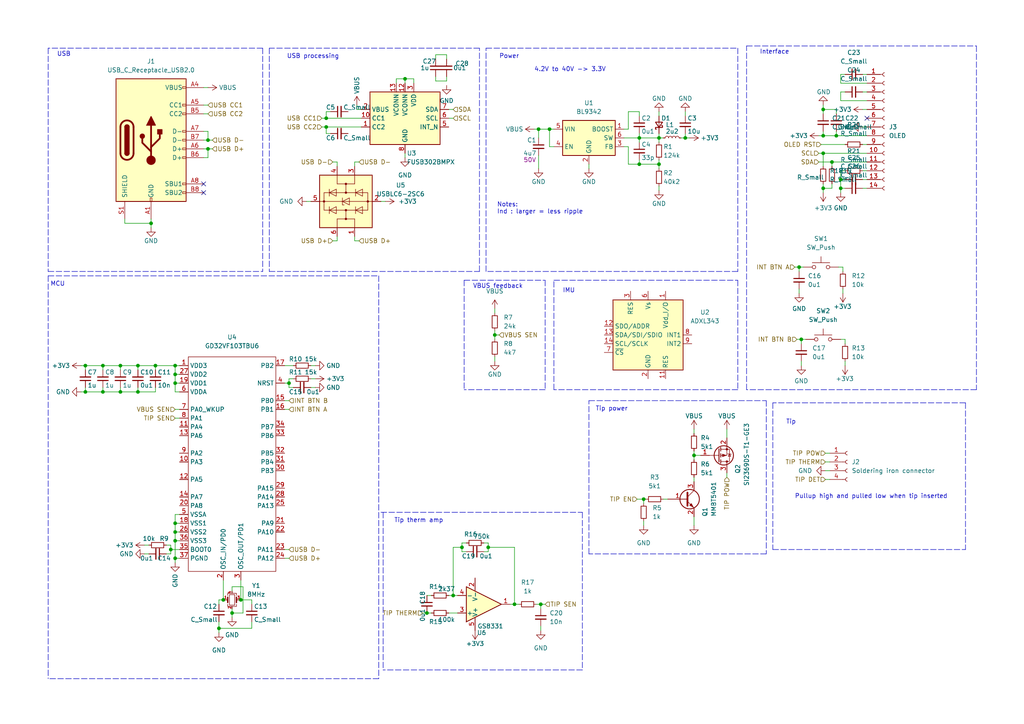
<source format=kicad_sch>
(kicad_sch (version 20211123) (generator eeschema)
  (paper "A4")
  (junction (at 117.475 22.86))
  (junction (at 49.53 159.385))
  (junction (at 34.925 106.045))
  (junction (at 238.76 31.75))
  (junction (at 156.21 37.465))
  (junction (at 238.76 54.61))
  (junction (at 242.57 39.37))
  (junction (at 43.815 64.77))
  (junction (at 50.8 161.925))
  (junction (at 141.605 158.75))
  (junction (at 45.085 106.045))
  (junction (at 241.3 46.99))
  (junction (at 238.76 44.45))
  (junction (at 201.295 132.08))
  (junction (at 185.42 47.625))
  (junction (at 60.325 40.64))
  (junction (at 238.76 39.37))
  (junction (at 60.325 43.18))
  (junction (at 50.8 106.045))
  (junction (at 63.5 182.245))
  (junction (at 50.8 156.845))
  (junction (at 50.8 108.585))
  (junction (at 40.005 113.665))
  (junction (at 186.69 144.78))
  (junction (at 40.005 106.045))
  (junction (at 64.77 173.99))
  (junction (at 156.845 175.26))
  (junction (at 94.615 36.83))
  (junction (at 198.755 40.005))
  (junction (at 191.135 40.005))
  (junction (at 123.825 177.8))
  (junction (at 94.615 34.29))
  (junction (at 24.765 113.665))
  (junction (at 34.925 113.665))
  (junction (at 50.8 151.765))
  (junction (at 24.765 106.045))
  (junction (at 29.845 113.665))
  (junction (at 83.82 111.125))
  (junction (at 185.42 40.005))
  (junction (at 50.8 154.305))
  (junction (at 149.225 175.26))
  (junction (at 131.445 172.72))
  (junction (at 231.775 77.47))
  (junction (at 243.84 52.07))
  (junction (at 243.84 54.61))
  (junction (at 232.41 98.425))
  (junction (at 50.8 111.125))
  (junction (at 133.985 158.75))
  (junction (at 143.51 97.155))
  (junction (at 191.135 47.625))
  (junction (at 159.385 37.465))
  (junction (at 29.845 106.045))
  (junction (at 69.85 173.99))
  (junction (at 67.31 177.8))
  (no_connect (at 59.055 53.34))
  (no_connect (at 59.055 55.88))
  (no_connect (at 251.46 34.29))
  (wire (pts (xy 158.115 175.26) (xy 156.845 175.26)))
  (wire (pts (xy 50.8 111.125) (xy 50.8 113.665)))
  (wire (pts (xy 232.41 98.425) (xy 231.14 98.425)))
  (polyline (pts (xy 283.21 113.03) (xy 216.535 113.03)))
  (wire (pts (xy 180.975 40.005) (xy 185.42 40.005)))
  (wire (pts (xy 129.54 15.875) (xy 129.54 17.145)))
  (wire (pts (xy 59.055 33.02) (xy 60.325 33.02)))
  (wire (pts (xy 63.5 180.34) (xy 63.5 182.245)))
  (wire (pts (xy 67.31 176.53) (xy 67.31 177.8)))
  (wire (pts (xy 239.395 139.065) (xy 240.665 139.065)))
  (wire (pts (xy 60.325 43.18) (xy 61.595 43.18)))
  (wire (pts (xy 135.255 160.02) (xy 133.985 160.02)))
  (wire (pts (xy 170.815 47.625) (xy 170.815 48.895)))
  (wire (pts (xy 143.51 103.505) (xy 143.51 104.775)))
  (wire (pts (xy 160.655 42.545) (xy 159.385 42.545)))
  (wire (pts (xy 149.225 175.26) (xy 149.225 158.75)))
  (wire (pts (xy 49.53 158.115) (xy 48.26 158.115)))
  (polyline (pts (xy 109.855 80.01) (xy 109.855 196.85)))
  (polyline (pts (xy 134.62 81.28) (xy 158.115 81.28)))
  (wire (pts (xy 239.395 136.525) (xy 240.665 136.525)))
  (wire (pts (xy 182.245 42.545) (xy 182.245 47.625)))
  (wire (pts (xy 185.42 40.005) (xy 191.135 40.005)))
  (wire (pts (xy 186.69 144.78) (xy 187.325 144.78)))
  (wire (pts (xy 24.765 107.315) (xy 24.765 106.045)))
  (wire (pts (xy 60.325 38.1) (xy 59.055 38.1)))
  (wire (pts (xy 34.925 106.045) (xy 40.005 106.045)))
  (wire (pts (xy 82.55 159.385) (xy 83.82 159.385)))
  (wire (pts (xy 198.755 40.005) (xy 200.025 40.005)))
  (wire (pts (xy 243.84 26.67) (xy 243.84 29.21)))
  (wire (pts (xy 191.135 53.975) (xy 191.135 55.245)))
  (wire (pts (xy 201.295 130.81) (xy 201.295 132.08)))
  (wire (pts (xy 245.11 21.59) (xy 243.84 21.59)))
  (wire (pts (xy 69.85 168.275) (xy 69.85 173.99)))
  (wire (pts (xy 243.84 52.07) (xy 245.11 52.07)))
  (wire (pts (xy 154.94 37.465) (xy 156.21 37.465)))
  (wire (pts (xy 50.8 111.125) (xy 52.07 111.125)))
  (wire (pts (xy 50.8 121.285) (xy 52.07 121.285)))
  (polyline (pts (xy 78.105 78.74) (xy 139.065 78.74)))
  (wire (pts (xy 130.175 31.75) (xy 131.445 31.75)))
  (wire (pts (xy 130.175 34.29) (xy 131.445 34.29)))
  (wire (pts (xy 244.475 77.47) (xy 244.475 78.74)))
  (polyline (pts (xy 13.97 78.74) (xy 76.2 78.74)))
  (wire (pts (xy 156.845 176.53) (xy 156.845 175.26)))
  (wire (pts (xy 83.82 109.855) (xy 83.82 111.125)))
  (wire (pts (xy 60.325 45.72) (xy 59.055 45.72)))
  (wire (pts (xy 242.57 31.75) (xy 242.57 33.02)))
  (polyline (pts (xy 213.995 113.03) (xy 160.655 113.03)))
  (wire (pts (xy 243.84 52.07) (xy 243.84 54.61)))
  (polyline (pts (xy 109.855 196.85) (xy 13.97 196.85)))
  (wire (pts (xy 182.245 32.385) (xy 185.42 32.385)))
  (wire (pts (xy 241.3 53.34) (xy 241.3 54.61)))
  (polyline (pts (xy 139.065 13.97) (xy 78.105 13.97)))
  (wire (pts (xy 180.975 37.465) (xy 182.245 37.465)))
  (polyline (pts (xy 158.115 81.28) (xy 158.115 113.03)))
  (wire (pts (xy 23.495 106.045) (xy 24.765 106.045)))
  (wire (pts (xy 117.475 22.86) (xy 120.015 22.86)))
  (wire (pts (xy 180.975 42.545) (xy 182.245 42.545)))
  (wire (pts (xy 250.19 54.61) (xy 251.46 54.61)))
  (wire (pts (xy 192.405 144.78) (xy 193.675 144.78)))
  (wire (pts (xy 191.135 40.005) (xy 191.135 41.275)))
  (wire (pts (xy 82.55 111.125) (xy 83.82 111.125)))
  (wire (pts (xy 24.765 106.045) (xy 29.845 106.045)))
  (wire (pts (xy 36.195 63.5) (xy 36.195 64.77)))
  (wire (pts (xy 88.9 58.42) (xy 90.17 58.42)))
  (polyline (pts (xy 140.97 13.97) (xy 213.995 13.97)))
  (polyline (pts (xy 139.065 78.74) (xy 139.065 13.97)))
  (wire (pts (xy 122.555 177.8) (xy 123.825 177.8)))
  (wire (pts (xy 126.365 17.145) (xy 126.365 15.875)))
  (wire (pts (xy 49.53 158.115) (xy 49.53 159.385)))
  (wire (pts (xy 67.31 179.07) (xy 67.31 177.8)))
  (wire (pts (xy 133.985 160.02) (xy 133.985 158.75)))
  (polyline (pts (xy 160.655 81.28) (xy 213.995 81.28)))
  (wire (pts (xy 43.815 64.77) (xy 43.815 66.04)))
  (wire (pts (xy 49.53 160.655) (xy 48.26 160.655)))
  (wire (pts (xy 185.42 47.625) (xy 191.135 47.625)))
  (wire (pts (xy 36.195 64.77) (xy 43.815 64.77)))
  (wire (pts (xy 103.505 31.75) (xy 103.505 30.48)))
  (wire (pts (xy 83.82 111.125) (xy 83.82 112.395)))
  (wire (pts (xy 156.21 40.005) (xy 156.21 37.465)))
  (wire (pts (xy 60.325 40.64) (xy 61.595 40.64)))
  (wire (pts (xy 83.82 112.395) (xy 85.09 112.395)))
  (wire (pts (xy 238.76 54.61) (xy 241.3 54.61)))
  (polyline (pts (xy 140.97 78.74) (xy 140.97 13.97)))
  (wire (pts (xy 40.005 113.665) (xy 45.085 113.665)))
  (wire (pts (xy 245.11 26.67) (xy 243.84 26.67)))
  (wire (pts (xy 96.52 69.85) (xy 97.79 69.85)))
  (wire (pts (xy 141.605 160.02) (xy 141.605 158.75)))
  (polyline (pts (xy 78.105 13.97) (xy 78.105 78.74)))
  (wire (pts (xy 143.51 89.535) (xy 143.51 90.805)))
  (wire (pts (xy 94.615 38.735) (xy 95.885 38.735)))
  (wire (pts (xy 143.51 95.885) (xy 143.51 97.155)))
  (polyline (pts (xy 213.995 78.74) (xy 140.97 78.74)))
  (wire (pts (xy 102.87 46.99) (xy 102.87 48.26)))
  (wire (pts (xy 141.605 158.75) (xy 141.605 157.48)))
  (wire (pts (xy 59.055 43.18) (xy 60.325 43.18)))
  (wire (pts (xy 233.68 98.425) (xy 232.41 98.425)))
  (wire (pts (xy 114.935 22.86) (xy 117.475 22.86)))
  (wire (pts (xy 104.14 46.99) (xy 102.87 46.99)))
  (wire (pts (xy 131.445 158.75) (xy 131.445 172.72)))
  (wire (pts (xy 96.52 46.99) (xy 97.79 46.99)))
  (polyline (pts (xy 13.97 80.01) (xy 109.855 80.01)))
  (wire (pts (xy 140.335 160.02) (xy 141.605 160.02)))
  (polyline (pts (xy 134.62 81.28) (xy 134.62 113.03)))
  (wire (pts (xy 237.49 39.37) (xy 238.76 39.37)))
  (wire (pts (xy 45.085 106.045) (xy 50.8 106.045)))
  (polyline (pts (xy 280.035 116.84) (xy 224.155 116.84)))
  (polyline (pts (xy 280.035 116.84) (xy 280.035 159.385)))
  (wire (pts (xy 52.07 113.665) (xy 50.8 113.665)))
  (wire (pts (xy 155.575 175.26) (xy 156.845 175.26)))
  (wire (pts (xy 97.79 69.85) (xy 97.79 68.58)))
  (polyline (pts (xy 222.25 116.205) (xy 222.25 160.655)))
  (polyline (pts (xy 110.49 148.59) (xy 168.91 148.59)))
  (wire (pts (xy 185.42 38.735) (xy 185.42 40.005)))
  (wire (pts (xy 52.07 161.925) (xy 50.8 161.925)))
  (polyline (pts (xy 216.535 13.335) (xy 283.21 13.335)))
  (wire (pts (xy 24.765 113.665) (xy 29.845 113.665)))
  (wire (pts (xy 60.325 43.18) (xy 60.325 45.72)))
  (wire (pts (xy 185.42 46.355) (xy 185.42 47.625)))
  (wire (pts (xy 50.8 106.045) (xy 52.07 106.045)))
  (polyline (pts (xy 216.535 113.03) (xy 216.535 13.335)))
  (wire (pts (xy 197.485 40.005) (xy 198.755 40.005)))
  (wire (pts (xy 70.485 170.18) (xy 67.31 170.18)))
  (wire (pts (xy 34.925 106.045) (xy 34.925 107.315)))
  (wire (pts (xy 90.17 112.395) (xy 91.44 112.395)))
  (wire (pts (xy 40.005 106.045) (xy 40.005 107.315)))
  (wire (pts (xy 43.18 158.115) (xy 41.91 158.115)))
  (wire (pts (xy 241.3 46.99) (xy 251.46 46.99)))
  (wire (pts (xy 126.365 22.225) (xy 126.365 23.495)))
  (polyline (pts (xy 283.21 13.335) (xy 283.21 113.03)))
  (wire (pts (xy 43.18 160.655) (xy 41.91 160.655)))
  (wire (pts (xy 50.8 108.585) (xy 52.07 108.585)))
  (wire (pts (xy 50.8 151.765) (xy 50.8 149.225)))
  (polyline (pts (xy 111.125 148.59) (xy 111.125 194.31)))
  (wire (pts (xy 60.325 40.64) (xy 60.325 38.1)))
  (wire (pts (xy 250.19 41.91) (xy 251.46 41.91)))
  (wire (pts (xy 45.085 106.045) (xy 45.085 107.315)))
  (wire (pts (xy 201.295 149.86) (xy 201.295 152.4)))
  (wire (pts (xy 129.54 23.495) (xy 129.54 22.225)))
  (wire (pts (xy 50.8 151.765) (xy 52.07 151.765)))
  (wire (pts (xy 182.245 32.385) (xy 182.245 37.465)))
  (wire (pts (xy 238.76 31.75) (xy 242.57 31.75)))
  (wire (pts (xy 34.925 113.665) (xy 40.005 113.665)))
  (wire (pts (xy 102.87 69.85) (xy 102.87 68.58)))
  (wire (pts (xy 185.42 32.385) (xy 185.42 33.655)))
  (wire (pts (xy 29.845 106.045) (xy 29.845 107.315)))
  (wire (pts (xy 70.485 177.8) (xy 70.485 170.18)))
  (wire (pts (xy 250.19 49.53) (xy 251.46 49.53)))
  (wire (pts (xy 94.615 34.29) (xy 104.775 34.29)))
  (wire (pts (xy 94.615 32.385) (xy 95.885 32.385)))
  (wire (pts (xy 184.785 144.78) (xy 186.69 144.78)))
  (wire (pts (xy 231.775 77.47) (xy 233.045 77.47)))
  (wire (pts (xy 243.84 21.59) (xy 243.84 24.13)))
  (polyline (pts (xy 76.2 13.97) (xy 13.97 13.97)))
  (wire (pts (xy 242.57 39.37) (xy 242.57 38.1)))
  (wire (pts (xy 238.76 38.1) (xy 238.76 39.37)))
  (wire (pts (xy 241.3 48.26) (xy 241.3 46.99)))
  (wire (pts (xy 97.79 46.99) (xy 97.79 48.26)))
  (wire (pts (xy 250.19 52.07) (xy 251.46 52.07)))
  (wire (pts (xy 94.615 34.29) (xy 93.345 34.29)))
  (wire (pts (xy 238.76 39.37) (xy 242.57 39.37)))
  (wire (pts (xy 94.615 36.83) (xy 94.615 38.735)))
  (wire (pts (xy 34.925 112.395) (xy 34.925 113.665)))
  (wire (pts (xy 231.775 77.47) (xy 230.505 77.47)))
  (wire (pts (xy 245.11 49.53) (xy 243.84 49.53)))
  (wire (pts (xy 231.775 78.74) (xy 231.775 77.47)))
  (wire (pts (xy 191.135 32.385) (xy 191.135 33.655)))
  (wire (pts (xy 185.42 40.005) (xy 185.42 41.275)))
  (wire (pts (xy 123.825 177.8) (xy 125.095 177.8)))
  (wire (pts (xy 94.615 34.29) (xy 94.615 32.385)))
  (wire (pts (xy 210.82 137.16) (xy 210.82 138.43)))
  (wire (pts (xy 73.025 182.245) (xy 73.025 180.34)))
  (wire (pts (xy 245.11 104.775) (xy 245.11 106.045)))
  (wire (pts (xy 50.8 108.585) (xy 50.8 111.125)))
  (wire (pts (xy 149.225 158.75) (xy 141.605 158.75)))
  (wire (pts (xy 243.84 49.53) (xy 243.84 52.07)))
  (wire (pts (xy 50.8 156.845) (xy 52.07 156.845)))
  (wire (pts (xy 50.8 154.305) (xy 50.8 151.765)))
  (wire (pts (xy 250.19 31.75) (xy 251.46 31.75)))
  (wire (pts (xy 23.495 113.665) (xy 24.765 113.665)))
  (wire (pts (xy 50.8 154.305) (xy 52.07 154.305)))
  (wire (pts (xy 50.8 156.845) (xy 50.8 154.305)))
  (wire (pts (xy 29.845 113.665) (xy 34.925 113.665)))
  (wire (pts (xy 250.19 21.59) (xy 251.46 21.59)))
  (wire (pts (xy 90.17 109.855) (xy 91.44 109.855)))
  (wire (pts (xy 133.985 158.75) (xy 131.445 158.75)))
  (wire (pts (xy 130.175 172.72) (xy 131.445 172.72)))
  (wire (pts (xy 239.395 133.985) (xy 240.665 133.985)))
  (wire (pts (xy 238.76 44.45) (xy 238.76 48.26)))
  (wire (pts (xy 43.815 63.5) (xy 43.815 64.77)))
  (wire (pts (xy 29.845 106.045) (xy 34.925 106.045)))
  (wire (pts (xy 40.005 112.395) (xy 40.005 113.665)))
  (wire (pts (xy 159.385 37.465) (xy 160.655 37.465)))
  (wire (pts (xy 210.82 124.46) (xy 210.82 127)))
  (wire (pts (xy 83.82 109.855) (xy 85.09 109.855)))
  (wire (pts (xy 250.19 26.67) (xy 251.46 26.67)))
  (wire (pts (xy 50.8 106.045) (xy 50.8 108.585)))
  (wire (pts (xy 243.84 54.61) (xy 245.11 54.61)))
  (polyline (pts (xy 168.91 148.59) (xy 168.91 194.31)))
  (wire (pts (xy 238.76 30.48) (xy 238.76 31.75)))
  (polyline (pts (xy 13.97 13.97) (xy 13.97 78.74)))
  (wire (pts (xy 50.8 118.745) (xy 52.07 118.745)))
  (wire (pts (xy 63.5 175.26) (xy 63.5 173.99)))
  (wire (pts (xy 69.85 173.99) (xy 73.025 173.99)))
  (wire (pts (xy 191.135 40.005) (xy 191.135 38.735)))
  (wire (pts (xy 238.125 41.91) (xy 245.11 41.91)))
  (wire (pts (xy 120.015 22.86) (xy 120.015 24.13)))
  (wire (pts (xy 156.21 48.895) (xy 156.21 45.085)))
  (wire (pts (xy 156.21 37.465) (xy 159.385 37.465)))
  (wire (pts (xy 239.395 131.445) (xy 240.665 131.445)))
  (polyline (pts (xy 224.155 116.84) (xy 224.155 159.385)))
  (wire (pts (xy 243.84 54.61) (xy 243.84 55.88)))
  (polyline (pts (xy 13.97 80.01) (xy 13.97 196.85)))
  (wire (pts (xy 141.605 157.48) (xy 140.335 157.48)))
  (wire (pts (xy 250.19 36.83) (xy 251.46 36.83)))
  (wire (pts (xy 238.76 53.34) (xy 238.76 54.61)))
  (wire (pts (xy 24.765 112.395) (xy 24.765 113.665)))
  (wire (pts (xy 245.11 98.425) (xy 245.11 99.695)))
  (wire (pts (xy 123.825 172.72) (xy 125.095 172.72)))
  (wire (pts (xy 191.135 47.625) (xy 191.135 48.895)))
  (polyline (pts (xy 168.91 194.31) (xy 111.125 194.31)))
  (wire (pts (xy 243.205 77.47) (xy 244.475 77.47)))
  (wire (pts (xy 198.755 32.385) (xy 198.755 33.655)))
  (polyline (pts (xy 170.815 160.655) (xy 170.815 116.205)))
  (polyline (pts (xy 160.655 113.03) (xy 160.655 81.28)))
  (wire (pts (xy 159.385 37.465) (xy 159.385 42.545)))
  (wire (pts (xy 130.175 177.8) (xy 132.715 177.8)))
  (wire (pts (xy 63.5 173.99) (xy 64.77 173.99)))
  (wire (pts (xy 50.8 161.925) (xy 50.8 163.195)))
  (wire (pts (xy 94.615 36.83) (xy 93.345 36.83)))
  (wire (pts (xy 182.245 47.625) (xy 185.42 47.625)))
  (wire (pts (xy 67.31 170.18) (xy 67.31 171.45)))
  (wire (pts (xy 117.475 22.86) (xy 117.475 24.13)))
  (wire (pts (xy 29.845 112.395) (xy 29.845 113.665)))
  (wire (pts (xy 156.845 181.61) (xy 156.845 182.88)))
  (wire (pts (xy 73.025 173.99) (xy 73.025 175.26)))
  (wire (pts (xy 143.51 97.155) (xy 144.78 97.155)))
  (wire (pts (xy 201.295 138.43) (xy 201.295 139.7)))
  (wire (pts (xy 82.55 116.205) (xy 83.82 116.205)))
  (wire (pts (xy 149.225 175.26) (xy 150.495 175.26)))
  (wire (pts (xy 90.17 106.045) (xy 91.44 106.045)))
  (wire (pts (xy 49.53 159.385) (xy 49.53 160.655)))
  (polyline (pts (xy 76.2 13.97) (xy 76.2 78.74)))
  (wire (pts (xy 82.55 106.045) (xy 85.09 106.045)))
  (wire (pts (xy 143.51 97.155) (xy 143.51 98.425)))
  (wire (pts (xy 104.14 69.85) (xy 102.87 69.85)))
  (wire (pts (xy 191.135 40.005) (xy 192.405 40.005)))
  (wire (pts (xy 191.135 47.625) (xy 191.135 46.355)))
  (wire (pts (xy 232.41 98.425) (xy 232.41 99.695)))
  (wire (pts (xy 238.76 31.75) (xy 238.76 33.02)))
  (wire (pts (xy 243.84 98.425) (xy 245.11 98.425)))
  (polyline (pts (xy 213.995 13.97) (xy 213.995 78.74)))
  (wire (pts (xy 186.69 144.78) (xy 186.69 146.05)))
  (polyline (pts (xy 158.115 113.03) (xy 134.62 113.03)))
  (wire (pts (xy 114.935 24.13) (xy 114.935 22.86)))
  (wire (pts (xy 131.445 172.72) (xy 132.715 172.72)))
  (wire (pts (xy 63.5 183.515) (xy 63.5 182.245)))
  (wire (pts (xy 63.5 182.245) (xy 73.025 182.245)))
  (wire (pts (xy 126.365 23.495) (xy 129.54 23.495)))
  (wire (pts (xy 243.84 24.13) (xy 251.46 24.13)))
  (wire (pts (xy 231.775 83.82) (xy 231.775 85.09)))
  (polyline (pts (xy 224.155 159.385) (xy 280.035 159.385)))
  (wire (pts (xy 49.53 159.385) (xy 52.07 159.385)))
  (wire (pts (xy 50.8 161.925) (xy 50.8 156.845)))
  (wire (pts (xy 186.69 151.13) (xy 186.69 152.4)))
  (wire (pts (xy 59.055 25.4) (xy 60.325 25.4)))
  (wire (pts (xy 201.295 132.08) (xy 201.295 133.35)))
  (wire (pts (xy 110.49 58.42) (xy 111.76 58.42)))
  (polyline (pts (xy 222.25 160.655) (xy 170.815 160.655)))
  (wire (pts (xy 45.085 113.665) (xy 45.085 112.395)))
  (wire (pts (xy 117.475 44.45) (xy 117.475 45.72)))
  (wire (pts (xy 133.985 158.75) (xy 133.985 157.48)))
  (wire (pts (xy 237.49 44.45) (xy 238.76 44.45)))
  (wire (pts (xy 251.46 39.37) (xy 242.57 39.37)))
  (wire (pts (xy 237.49 46.99) (xy 241.3 46.99)))
  (wire (pts (xy 82.55 118.745) (xy 83.82 118.745)))
  (wire (pts (xy 64.77 168.275) (xy 64.77 173.99)))
  (wire (pts (xy 201.295 132.08) (xy 203.2 132.08)))
  (wire (pts (xy 238.76 44.45) (xy 251.46 44.45)))
  (wire (pts (xy 126.365 15.875) (xy 129.54 15.875)))
  (wire (pts (xy 198.755 38.735) (xy 198.755 40.005)))
  (wire (pts (xy 94.615 36.83) (xy 104.775 36.83)))
  (wire (pts (xy 133.985 157.48) (xy 135.255 157.48)))
  (wire (pts (xy 67.31 177.8) (xy 70.485 177.8)))
  (polyline (pts (xy 213.995 81.28) (xy 213.995 113.03)))
  (wire (pts (xy 244.475 83.82) (xy 244.475 85.09)))
  (wire (pts (xy 40.005 106.045) (xy 45.085 106.045)))
  (polyline (pts (xy 170.815 116.205) (xy 222.25 116.205)))
  (wire (pts (xy 232.41 104.775) (xy 232.41 106.045)))
  (wire (pts (xy 59.055 30.48) (xy 60.325 30.48)))
  (wire (pts (xy 50.8 149.225) (xy 52.07 149.225)))
  (wire (pts (xy 243.84 29.21) (xy 251.46 29.21)))
  (wire (pts (xy 82.55 161.925) (xy 83.82 161.925)))
  (wire (pts (xy 147.955 175.26) (xy 149.225 175.26)))
  (wire (pts (xy 238.76 54.61) (xy 238.76 55.88)))
  (wire (pts (xy 201.295 124.46) (xy 201.295 125.73)))
  (wire (pts (xy 103.505 31.75) (xy 104.775 31.75)))
  (wire (pts (xy 59.055 40.64) (xy 60.325 40.64)))
  (text "Notes:\nInd : larger = less ripple\n" (at 144.145 62.23 0) (effects (font (size 1.27 1.27)) (justify left bottom)))
  (text "USB processing\n" (at 83.185 17.145 0) (effects (font (size 1.27 1.27)) (justify left bottom)))
  (text "USB\n" (at 16.51 16.51 0) (effects (font (size 1.27 1.27)) (justify left bottom)))
  (text "4.2V to 40V -> 3.3V\n" (at 154.94 20.955 0) (effects (font (size 1.27 1.27)) (justify left bottom)))
  (text "VBUS feedback" (at 137.16 83.82 0) (effects (font (size 1.27 1.27)) (justify left bottom)))
  (text "Tip therm amp\n" (at 114.3 151.765 0) (effects (font (size 1.27 1.27)) (justify left bottom)))
  (text "Power\n" (at 144.78 17.145 0) (effects (font (size 1.27 1.27)) (justify left bottom)))
  (text "Tip power\n" (at 172.72 119.38 0) (effects (font (size 1.27 1.27)) (justify left bottom)))
  (text "TODO:\nUSB PD CONTROLLER\nMCU (RISC-V?)\nOLED\nACCEL / MAG / GND Loop" (at 85.09 -6.35 0) (effects (font (size 1.27 1.27)) (justify left bottom)))
  (text "Interface\n" (at 220.345 15.875 0) (effects (font (size 1.27 1.27)) (justify left bottom)))
  (text "IMU\n" (at 163.195 85.09 0) (effects (font (size 1.27 1.27)) (justify left bottom)))
  (text "MCU\n" (at 14.605 83.185 0) (effects (font (size 1.27 1.27)) (justify left bottom)))
  (text "Pullup high and pulled low when tip inserted" (at 230.505 144.78 0) (effects (font (size 1.27 1.27)) (justify left bottom)))
  (text "Tip" (at 227.965 123.19 0) (effects (font (size 1.27 1.27)) (justify left bottom)))
  (hierarchical_label "VBUS SEN" (shape input) (at 144.78 97.155 0))
  (hierarchical_label "VBUS SEN" (shape input) (at 50.8 118.745 180))
  (hierarchical_label "TIP DET" (shape input) (at 239.395 139.065 180))
  (hierarchical_label "SCL" (shape input) (at 131.445 34.29 0))
  (hierarchical_label "TIP SEN" (shape input) (at 158.115 175.26 0))
  (hierarchical_label "USB D+" (shape input) (at 61.595 43.18 0))
  (hierarchical_label "INT BTN A" (shape input) (at 230.505 77.47 180))
  (hierarchical_label "USB D-" (shape input) (at 96.52 46.99 180))
  (hierarchical_label "OLED RST" (shape input) (at 238.125 41.91 180))
  (hierarchical_label "TIP SEN" (shape input) (at 50.8 121.285 180))
  (hierarchical_label "TIP POW" (shape input) (at 210.82 138.43 270))
  (hierarchical_label "USB D-" (shape input) (at 61.595 40.64 0))
  (hierarchical_label "USB CC2" (shape input) (at 93.345 36.83 180))
  (hierarchical_label "USB CC1" (shape input) (at 60.325 30.48 0))
  (hierarchical_label "USB D+" (shape input) (at 96.52 69.85 180))
  (hierarchical_label "INT BTN A" (shape input) (at 83.82 118.745 0))
  (hierarchical_label "SDA" (shape input) (at 237.49 46.99 180))
  (hierarchical_label "INT BTN B" (shape input) (at 83.82 116.205 0))
  (hierarchical_label "USB D-" (shape input) (at 83.82 159.385 0))
  (hierarchical_label "USB CC2" (shape input) (at 60.325 33.02 0))
  (hierarchical_label "SDA" (shape input) (at 131.445 31.75 0))
  (hierarchical_label "INT BTN B" (shape input) (at 231.14 98.425 180))
  (hierarchical_label "TIP THERM" (shape input) (at 122.555 177.8 180))
  (hierarchical_label "USB D+" (shape input) (at 83.82 161.925 0))
  (hierarchical_label "USB D-" (shape input) (at 104.14 46.99 0))
  (hierarchical_label "TIP THERM" (shape input) (at 239.395 133.985 180))
  (hierarchical_label "USB CC1" (shape input) (at 93.345 34.29 180))
  (hierarchical_label "TIP EN" (shape input) (at 184.785 144.78 180))
  (hierarchical_label "SCL" (shape input) (at 237.49 44.45 180))
  (hierarchical_label "TIP POW" (shape input) (at 239.395 131.445 180))
  (hierarchical_label "USB D+" (shape input) (at 104.14 69.85 0))
  (symbol (lib_id "Device:C_Small") (at 156.845 179.07 0) (unit 1)
    (property "Reference" "C20" (at 159.385 177.8062 0) (effects (justify left)))
    (property "Value" "10n" (at 159.385 180.3462 0) (effects (justify left)))
    (property "Footprint" "Capacitor_SMD:C_0603_1608Metric" (effects hide))
  )
  (symbol (lib_id "power:VBUS") (at 60.325 25.4 270) (unit 1)
    (property "Reference" "#PWR0102" (effects hide))
    (property "Value" "VBUS" (at 63.5 25.3999 90) (effects (justify left)))
  )
  (symbol (lib_id "power:+3V3") (at 238.76 55.88 180) (unit 1)
    (property "Reference" "#PWR0137" (effects hide))
    (property "Value" "+3V3" (at 238.76 60.325 0))
  )
  (symbol (lib_id "power:GND") (at 186.69 152.4 0) (unit 1)
    (property "Reference" "#PWR0105" (effects hide))
    (property "Value" "GND" (at 186.69 157.48 0))
  )
  (symbol (lib_id "power:+3V3") (at 41.91 158.115 90) (mirror x) (unit 1)
    (property "Reference" "#PWR0124" (effects hide))
    (property "Value" "+3V3" (at 38.735 158.115 90) (effects (justify left)))
  )
  (symbol (lib_id "Device:C_Small") (at 242.57 35.56 0) (unit 1)
    (property "Reference" "C22" (at 245.11 34.2962 0) (effects (justify left)))
    (property "Value" "C_Small" (at 245.11 36.8362 0) (effects (justify left)))
  )
  (symbol (lib_id "Switch:SW_Push") (at 238.76 98.425 0) (unit 1)
    (property "Reference" "SW2" (at 238.76 90.17 0))
    (property "Value" "SW_Push" (at 238.76 92.71 0))
  )
  (symbol (lib_id "Device:C_Small") (at 29.845 109.855 180) (unit 1)
    (property "Reference" "C8" (at 30.48 107.95 0) (effects (justify right)))
    (property "Value" "1u" (at 30.48 111.76 0) (effects (justify right)))
    (property "Footprint" "Capacitor_SMD:C_0603_1608Metric" (effects hide))
  )
  (symbol (lib_id "power:GND") (at 239.395 136.525 270) (unit 1)
    (property "Reference" "#PWR0108" (effects hide))
    (property "Value" "GND" (at 235.585 136.5249 90) (effects (justify right)))
  )
  (symbol (lib_id "Device:R_Small") (at 191.135 51.435 0) (unit 1)
    (property "Reference" "R2" (at 192.405 50.165 0) (effects (justify left)))
    (property "Value" "40k2" (at 192.405 52.705 0) (effects (justify left)))
    (property "Footprint" "Resistor_SMD:R_0603_1608Metric" (effects hide))
  )
  (symbol (lib_id "Interface_USB:FUSB302BMPX") (at 117.475 34.29 0) (mirror y) (unit 1)
    (property "Reference" "U3" (at 117.9956 44.45 0) (effects (justify right)))
    (property "Value" "FUSB302BMPX" (at 117.9956 46.99 0) (effects (justify right)))
    (property "Footprint" "Package_DFN_QFN:WQFN-14-1EP_2.5x2.5mm_P0.5mm_EP1.45x1.45mm" (effects hide))
    (property "Datasheet" "http://www.onsemi.com/pub/Collateral/FUSB302B-D.PDF" (effects hide))
  )
  (symbol (lib_id "Device:R_Small") (at 241.3 50.8 0) (unit 1)
    (property "Reference" "R19" (at 243.205 49.5299 0) (effects (justify left)))
    (property "Value" "R_Small" (at 231.14 51.435 0) (effects (justify left)))
  )
  (symbol (lib_id "power:+3V3") (at 250.19 31.75 90) (unit 1)
    (property "Reference" "#PWR0140" (effects hide))
    (property "Value" "+3V3" (at 247.015 31.7499 90) (effects (justify left)))
  )
  (symbol (lib_id "Device:C_Small") (at 247.65 54.61 90) (unit 1)
    (property "Reference" "C26" (at 247.6563 48.26 90))
    (property "Value" "C_Small" (at 247.6563 50.8 90))
  )
  (symbol (lib_id "Power_Protection:USBLC6-2SC6") (at 100.33 58.42 90) (unit 1)
    (property "Reference" "U5" (at 116.205 53.721 90))
    (property "Value" "USBLC6-2SC6" (at 116.205 56.261 90))
    (property "Footprint" "Package_TO_SOT_SMD:SOT-23-6" (effects hide))
    (property "Datasheet" "https://www.st.com/resource/en/datasheet/usblc6-2.pdf" (effects hide))
  )
  (symbol (lib_id "power:GND") (at 88.9 58.42 270) (unit 1)
    (property "Reference" "#PWR0114" (effects hide))
    (property "Value" "GND" (at 85.09 58.4199 90) (effects (justify right)))
  )
  (symbol (lib_id "Device:R_Small") (at 238.76 50.8 0) (unit 1)
    (property "Reference" "R18" (at 240.665 49.5299 0) (effects (justify left)))
    (property "Value" "R_Small" (at 240.665 52.0699 0) (effects (justify left)))
  )
  (symbol (lib_id "Switch:SW_Push") (at 238.125 77.47 0) (unit 1)
    (property "Reference" "SW1" (at 238.125 69.215 0))
    (property "Value" "SW_Push" (at 238.125 71.755 0))
  )
  (symbol (lib_id "power:+3V3") (at 244.475 85.09 180) (unit 1)
    (property "Reference" "#PWR0130" (effects hide))
    (property "Value" "+3V3" (at 247.015 88.9 0) (effects (justify left)))
  )
  (symbol (lib_id "power:GND") (at 67.31 179.07 0) (unit 1)
    (property "Reference" "#PWR0120" (effects hide))
    (property "Value" "GND" (at 67.31 184.15 0))
  )
  (symbol (lib_id "power:GND") (at 91.44 112.395 90) (unit 1)
    (property "Reference" "#PWR0126" (effects hide))
    (property "Value" "GND" (at 94.615 112.395 90) (effects (justify right)))
  )
  (symbol (lib_id "Device:C_Small") (at 137.795 160.02 90) (unit 1)
    (property "Reference" "C19" (at 135.89 161.29 90))
    (property "Value" "0u1" (at 140.97 161.29 90))
    (property "Footprint" "Capacitor_SMD:C_0603_1608Metric" (effects hide))
  )
  (symbol (lib_id "Device:R_Small") (at 201.295 135.89 0) (unit 1)
    (property "Reference" "R6" (at 203.2 134.6199 0) (effects (justify left)))
    (property "Value" "5k1" (at 203.2 137.1599 0) (effects (justify left)))
    (property "Footprint" "Resistor_SMD:R_0603_1608Metric" (effects hide))
  )
  (symbol (lib_id "power:GND") (at 191.135 32.385 180) (unit 1)
    (property "Reference" "#PWR0109" (effects hide))
    (property "Value" "GND" (at 191.135 28.575 0))
  )
  (symbol (lib_id "power:GND") (at 238.76 30.48 180) (unit 1)
    (property "Reference" "#PWR0139" (effects hide))
    (property "Value" "GND" (at 236.855 26.67 0) (effects (justify right)))
  )
  (symbol (lib_id "power:GND") (at 232.41 106.045 0) (unit 1)
    (property "Reference" "#PWR0128" (effects hide))
    (property "Value" "GND" (at 232.41 110.49 0))
  )
  (symbol (lib_id "Device:R_Small") (at 127.635 172.72 90) (unit 1)
    (property "Reference" "R14" (at 126.365 170.18 90))
    (property "Value" "2k37" (at 129.54 170.815 90))
    (property "Footprint" "Resistor_SMD:R_0603_1608Metric" (effects hide))
  )
  (symbol (lib_id "Device:R_Small") (at 191.135 43.815 0) (unit 1)
    (property "Reference" "R1" (at 192.405 42.545 0) (effects (justify left)))
    (property "Value" "124k" (at 192.405 45.085 0) (effects (justify left)))
    (property "Footprint" "Resistor_SMD:R_0603_1608Metric" (effects hide))
  )
  (symbol (lib_id "Transistor_FET:Si2319CDS") (at 208.28 132.08 0) (mirror x) (unit 1)
    (property "Reference" "Q2" (at 213.995 134.62 90) (effects (justify left)))
    (property "Value" "SI2369DS-T1-GE3" (at 216.535 140.97 90) (effects (justify right)))
    (property "Footprint" "Package_TO_SOT_SMD:SOT-23" (effects hide))
    (property "Datasheet" "http://www.vishay.com/docs/66709/si2319cd.pdf" (effects hide))
    (property "LCSC" "C141546" (effects hide))
  )
  (symbol (lib_id "Device:R_Small") (at 127.635 177.8 90) (mirror x) (unit 1)
    (property "Reference" "R15" (at 126.365 180.34 90))
    (property "Value" "100k" (at 129.54 179.705 90))
    (property "Footprint" "Resistor_SMD:R_0603_1608Metric" (effects hide))
  )
  (symbol (lib_id "Device:C_Small") (at 34.925 109.855 180) (unit 1)
    (property "Reference" "C9" (at 35.56 107.95 0) (effects (justify right)))
    (property "Value" "1u" (at 35.56 111.76 0) (effects (justify right)))
    (property "Footprint" "Capacitor_SMD:C_0603_1608Metric" (effects hide))
  )
  (symbol (lib_id "Device:C_Small") (at 73.025 177.8 0) (unit 1)
    (property "Reference" "C13" (at 73.66 175.895 0) (effects (justify left)))
    (property "Value" "C_Small" (at 73.66 179.705 0) (effects (justify left)))
    (property "Footprint" "Capacitor_SMD:C_0603_1608Metric" (effects hide))
  )
  (symbol (lib_id "power:+3V3") (at 245.11 106.045 180) (unit 1)
    (property "Reference" "#PWR0129" (effects hide))
    (property "Value" "+3V3" (at 247.65 109.855 0) (effects (justify left)))
  )
  (symbol (lib_id "Device:C_Small") (at 247.65 21.59 90) (unit 1)
    (property "Reference" "C23" (at 247.6563 15.24 90))
    (property "Value" "C_Small" (at 247.6563 17.78 90))
  )
  (symbol (lib_id "Pinkcil:GD32VF103TBU6") (at 67.31 99.695 0) (unit 1)
    (property "Reference" "U4" (at 67.31 97.79 0))
    (property "Value" "GD32VF103TBU6" (at 67.31 100.33 0))
    (property "Footprint" "Package_DFN_QFN:QFN-36-1EP_6x6mm_P0.5mm_EP3.7x3.7mm" (effects hide))
  )
  (symbol (lib_id "power:GND") (at 156.845 182.88 0) (unit 1)
    (property "Reference" "#PWR0133" (effects hide))
    (property "Value" "GND" (at 156.845 187.96 0))
  )
  (symbol (lib_id "Transistor_BJT:MMBT5550L") (at 198.755 144.78 0) (unit 1)
    (property "Reference" "Q1" (at 204.47 149.86 90) (effects (justify left)))
    (property "Value" "MMBT5401" (at 207.01 149.86 90) (effects (justify left)))
    (property "Footprint" "Package_TO_SOT_SMD:SOT-23" (effects hide))
    (property "Datasheet" "www.onsemi.com/pub/Collateral/MMBT5550LT1-D.PDF" (effects hide))
  )
  (symbol (lib_id "power:GND") (at 201.295 152.4 0) (unit 1)
    (property "Reference" "#PWR0115" (effects hide))
    (property "Value" "GND" (at 201.295 157.48 0))
  )
  (symbol (lib_id "Device:C_Small") (at 231.775 81.28 0) (unit 1)
    (property "Reference" "C16" (at 234.315 80.0162 0) (effects (justify left)))
    (property "Value" "0u1" (at 234.315 82.5562 0) (effects (justify left)))
    (property "Footprint" "Capacitor_SMD:C_0603_1608Metric" (effects hide))
  )
  (symbol (lib_id "Connector:Conn_01x04_Female") (at 245.745 133.985 0) (unit 1)
    (property "Reference" "J2" (at 247.015 133.9849 0) (effects (justify left)))
    (property "Value" "Soldering iron connector" (at 247.015 136.5249 0) (effects (justify left)))
  )
  (symbol (lib_id "Sensor_Motion:ADXL343") (at 187.96 97.155 0) (unit 1)
    (property "Reference" "U2" (at 204.47 90.5762 0))
    (property "Value" "ADXL343" (at 204.47 93.1162 0))
    (property "Footprint" "Package_LGA:LGA-14_3x5mm_P0.8mm_LayoutBorder1x6y" (effects hide))
    (property "Datasheet" "https://www.analog.com/media/en/technical-documentation/data-sheets/ADXL343.pdf" (effects hide))
  )
  (symbol (lib_id "power:GND") (at 50.8 163.195 0) (unit 1)
    (property "Reference" "#PWR0119" (effects hide))
    (property "Value" "GND" (at 50.8 166.37 90) (effects (justify right)))
  )
  (symbol (lib_id "power:GND") (at 23.495 113.665 270) (unit 1)
    (property "Reference" "#PWR0135" (effects hide))
    (property "Value" "GND" (at 20.32 113.6649 90) (effects (justify right)))
  )
  (symbol (lib_id "Device:R_Small") (at 201.295 128.27 0) (unit 1)
    (property "Reference" "R4" (at 203.2 126.9999 0) (effects (justify left)))
    (property "Value" "5k1" (at 203.2 129.5399 0) (effects (justify left)))
    (property "Footprint" "Resistor_SMD:R_0603_1608Metric" (effects hide))
  )
  (symbol (lib_id "Device:D_Schottky_Small") (at 191.135 36.195 90) (unit 1)
    (property "Reference" "D1" (at 191.77 34.29 90) (effects (justify right)))
    (property "Value" " " (at 191.77 38.1 90) (effects (justify right)))
    (property "Footprint" "Diode_SMD:D_0603_1608Metric" (effects hide))
    (property "LCSC" "C143772" (effects hide))
  )
  (symbol (lib_id "power:GND") (at 170.815 48.895 0) (unit 1)
    (property "Reference" "#PWR0112" (effects hide))
    (property "Value" "GND" (at 170.815 52.705 0))
  )
  (symbol (lib_id "Device:R_Small") (at 87.63 106.045 90) (unit 1)
    (property "Reference" "R10" (at 85.725 104.14 90))
    (property "Value" "15k" (at 90.17 104.14 90))
    (property "Footprint" "Resistor_SMD:R_0603_1608Metric" (effects hide))
  )
  (symbol (lib_id "Device:R_Small") (at 245.11 102.235 0) (unit 1)
    (property "Reference" "R13" (at 247.015 100.9649 0) (effects (justify left)))
    (property "Value" "10k" (at 247.015 103.5049 0) (effects (justify left)))
    (property "Footprint" "Resistor_SMD:R_0603_1608Metric" (effects hide))
  )
  (symbol (lib_id "power:GND") (at 91.44 106.045 90) (unit 1)
    (property "Reference" "#PWR0127" (effects hide))
    (property "Value" "GND" (at 94.615 106.045 90) (effects (justify right)))
  )
  (symbol (lib_id "Device:R_Small") (at 153.035 175.26 90) (unit 1)
    (property "Reference" "R17" (at 153.035 168.91 90))
    (property "Value" "1k" (at 153.035 171.45 90))
    (property "Footprint" "Resistor_SMD:R_0603_1608Metric" (effects hide))
  )
  (symbol (lib_id "power:+3V3") (at 137.795 182.88 180) (unit 1)
    (property "Reference" "#PWR0132" (effects hide))
    (property "Value" "+3V3" (at 137.795 186.69 0))
  )
  (symbol (lib_id "Device:C_Small") (at 123.825 175.26 0) (unit 1)
    (property "Reference" "C18" (at 122.555 173.355 90))
    (property "Value" "0u1" (at 122.555 178.435 90))
    (property "Footprint" "Capacitor_SMD:C_0603_1608Metric" (effects hide))
  )
  (symbol (lib_id "power:GND") (at 198.755 32.385 180) (unit 1)
    (property "Reference" "#PWR0110" (effects hide))
    (property "Value" "GND" (at 198.755 28.575 0))
  )
  (symbol (lib_id "power:GND") (at 129.54 24.765 0) (unit 1)
    (property "Reference" "#PWR0143" (effects hide))
    (property "Value" "GND" (at 129.54 29.21 0))
  )
  (symbol (lib_id "Device:C_Small") (at 45.085 109.855 180) (unit 1)
    (property "Reference" "C11" (at 45.72 107.95 0) (effects (justify right)))
    (property "Value" "10n" (at 45.72 111.76 0) (effects (justify right)))
    (property "Footprint" "Capacitor_SMD:C_0603_1608Metric" (effects hide))
  )
  (symbol (lib_id "Device:C_Small") (at 40.005 109.855 180) (unit 1)
    (property "Reference" "C10" (at 40.64 107.95 0) (effects (justify right)))
    (property "Value" "0u1" (at 40.64 111.76 0) (effects (justify right)))
    (property "Footprint" "Capacitor_SMD:C_0603_1608Metric" (effects hide))
  )
  (symbol (lib_id "power:GND") (at 250.19 36.83 270) (unit 1)
    (property "Reference" "#PWR0141" (effects hide))
    (property "Value" "GND" (at 247.015 36.8299 90) (effects (justify right)))
  )
  (symbol (lib_id "power:+3V3") (at 200.025 40.005 270) (unit 1)
    (property "Reference" "#PWR0106" (effects hide))
    (property "Value" "+3V3" (at 203.2 40.005 90) (effects (justify left)))
  )
  (symbol (lib_id "Device:C_Small") (at 232.41 102.235 0) (unit 1)
    (property "Reference" "C17" (at 235.585 100.9712 0) (effects (justify left)))
    (property "Value" "0u1" (at 235.585 103.5112 0) (effects (justify left)))
    (property "Footprint" "Capacitor_SMD:C_0603_1608Metric" (effects hide))
  )
  (symbol (lib_id "Device:C_Small") (at 198.755 36.195 0) (unit 1)
    (property "Reference" "C3" (at 199.39 34.29 0) (effects (justify left)))
    (property "Value" "10u" (at 199.39 38.1 0) (effects (justify left)))
    (property "Footprint" "Capacitor_SMD:C_0603_1608Metric" (effects hide))
  )
  (symbol (lib_id "power:GND") (at 243.84 55.88 0) (unit 1)
    (property "Reference" "#PWR0138" (effects hide))
    (property "Value" "GND" (at 243.84 60.325 0))
  )
  (symbol (lib_id "power:VBUS") (at 210.82 124.46 0) (unit 1)
    (property "Reference" "#PWR0104" (effects hide))
    (property "Value" "VBUS" (at 208.28 120.65 0) (effects (justify left)))
  )
  (symbol (lib_id "Device:C_Small") (at 238.76 35.56 0) (unit 1)
    (property "Reference" "C21" (at 241.3 34.2962 0) (effects (justify left)))
    (property "Value" "C_Small" (at 241.3 36.8362 0) (effects (justify left)))
  )
  (symbol (lib_id "power:GND") (at 41.91 160.655 270) (mirror x) (unit 1)
    (property "Reference" "#PWR0123" (effects hide))
    (property "Value" "GND" (at 38.735 160.655 90) (effects (justify right)))
  )
  (symbol (lib_id "Amplifier_Operational:OPA842xDBV") (at 140.335 175.26 0) (mirror x) (unit 1)
    (property "Reference" "U6" (at 139.7 183.515 0))
    (property "Value" "GS8331" (at 142.24 181.61 0))
    (property "Footprint" "Package_TO_SOT_SMD:SOT-23-5" (effects hide))
    (property "Datasheet" "http://www.ti.com/lit/ds/symlink/opa842.pdf" (effects hide))
  )
  (symbol (lib_id "Device:C_Small") (at 63.5 177.8 0) (mirror y) (unit 1)
    (property "Reference" "C12" (at 59.055 175.895 0) (effects (justify right)))
    (property "Value" "C_Small" (at 55.245 179.705 0) (effects (justify right)))
    (property "Footprint" "Capacitor_SMD:C_0603_1608Metric" (effects hide))
  )
  (symbol (lib_id "power:+3V3") (at 23.495 106.045 90) (unit 1)
    (property "Reference" "#PWR0118" (effects hide))
    (property "Value" "+3V3" (at 20.32 106.045 90) (effects (justify left)))
  )
  (symbol (lib_id "power:GND") (at 63.5 183.515 0) (unit 1)
    (property "Reference" "#PWR0122" (effects hide))
    (property "Value" "GND" (at 63.5 188.595 0))
  )
  (symbol (lib_id "Device:R_Small") (at 247.65 49.53 90) (unit 1)
    (property "Reference" "R21" (at 247.65 43.815 90))
    (property "Value" "R_Small" (at 247.65 46.355 90))
  )
  (symbol (lib_id "Device:C_Small") (at 247.65 52.07 90) (unit 1)
    (property "Reference" "C25" (at 247.6563 45.72 90))
    (property "Value" "C_Small" (at 247.6563 48.26 90))
  )
  (symbol (lib_id "Device:R_Small") (at 244.475 81.28 0) (unit 1)
    (property "Reference" "R12" (at 247.015 80.0099 0) (effects (justify left)))
    (property "Value" "10k" (at 247.015 82.5499 0) (effects (justify left)))
    (property "Footprint" "Resistor_SMD:R_0603_1608Metric" (effects hide))
  )
  (symbol (lib_id "Device:C_Small") (at 87.63 112.395 90) (unit 1)
    (property "Reference" "C15" (at 85.725 113.665 90))
    (property "Value" "0u1" (at 90.805 113.665 90))
    (property "Footprint" "Capacitor_SMD:C_0603_1608Metric" (effects hide))
  )
  (symbol (lib_id "power:GND") (at 117.475 45.72 0) (unit 1)
    (property "Reference" "#PWR0142" (effects hide))
    (property "Value" "GND" (at 117.475 50.8 0))
  )
  (symbol (lib_id "Connector:USB_C_Receptacle_USB2.0") (at 43.815 40.64 0) (unit 1)
    (property "Reference" "J1" (at 43.815 17.78 0))
    (property "Value" "USB_C_Receptacle_USB2.0" (at 43.815 20.32 0))
    (property "Footprint" "Connector_USB:USB_C_Receptacle_XKB_U262-16XN-4BVC11" (effects hide))
    (property "Datasheet" "https://www.usb.org/sites/default/files/documents/usb_type-c.zip" (effects hide))
    (property "LCSC" "C2988369" (effects hide))
  )
  (symbol (lib_id "power:GND") (at 143.51 104.775 0) (unit 1)
    (property "Reference" "#PWR0116" (effects hide))
    (property "Value" "GND" (at 143.51 108.585 0))
  )
  (symbol (lib_id "Device:C_Small") (at 129.54 19.685 180) (unit 1)
    (property "Reference" "C28" (at 132.08 18.4085 0) (effects (justify right)))
    (property "Value" "0u1" (at 131.445 19.685 0) (effects (justify right)))
  )
  (symbol (lib_id "Device:C_Small") (at 247.65 26.67 90) (unit 1)
    (property "Reference" "C24" (at 247.6563 20.32 90))
    (property "Value" "C_Small" (at 247.6563 22.86 90))
  )
  (symbol (lib_id "power:GND") (at 191.135 55.245 0) (unit 1)
    (property "Reference" "#PWR0107" (effects hide))
    (property "Value" "GND" (at 191.135 59.055 0))
  )
  (symbol (lib_id "Device:L_Small") (at 194.945 40.005 90) (unit 1)
    (property "Reference" "L1" (at 194.31 36.195 90))
    (property "Value" "2u2" (at 194.945 38.1 90))
    (property "Footprint" "Inductor_SMD:L_0603_1608Metric" (effects hide))
    (property "LCSC" "C394950" (effects hide))
  )
  (symbol (lib_id "power:+3V3") (at 91.44 109.855 270) (unit 1)
    (property "Reference" "#PWR0125" (effects hide))
    (property "Value" "+3V3" (at 94.615 109.855 90) (effects (justify left)))
  )
  (symbol (lib_id "power:+3V3") (at 111.76 58.42 270) (unit 1)
    (property "Reference" "#PWR0134" (effects hide))
    (property "Value" "+3V3" (at 115.57 58.4199 90) (effects (justify left)))
  )
  (symbol (lib_id "Device:C_Small") (at 98.425 32.385 90) (unit 1)
    (property "Reference" "C5" (at 95.885 31.115 90))
    (property "Value" "C_Small" (at 103.505 31.115 90))
    (property "Footprint" "Capacitor_SMD:C_0603_1608Metric" (effects hide))
  )
  (symbol (lib_id "Device:C_Small") (at 185.42 43.815 0) (unit 1)
    (property "Reference" "C4" (at 186.055 41.91 0) (effects (justify left)))
    (property "Value" "33p" (at 186.055 45.72 0) (effects (justify left)))
    (property "Footprint" "Capacitor_SMD:C_0603_1608Metric" (effects hide))
  )
  (symbol (lib_id "Device:R_Small") (at 45.72 158.115 270) (mirror x) (unit 1)
    (property "Reference" "R9" (at 47.625 156.21 90))
    (property "Value" "10k" (at 43.18 156.21 90))
    (property "Footprint" "Resistor_SMD:R_0603_1608Metric" (effects hide))
  )
  (symbol (lib_id "Device:R_Small") (at 137.795 157.48 90) (unit 1)
    (property "Reference" "R16" (at 136.525 154.94 90))
    (property "Value" "750k" (at 139.7 155.575 90))
    (property "Footprint" "Resistor_SMD:R_0603_1608Metric" (effects hide))
  )
  (symbol (lib_id "Device:C_Small") (at 45.72 160.655 270) (mirror x) (unit 1)
    (property "Reference" "C14" (at 47.625 161.925 90))
    (property "Value" "0u1" (at 42.545 161.925 90))
    (property "Footprint" "Capacitor_SMD:C_0603_1608Metric" (effects hide))
  )
  (symbol (lib_id "Device:C_Small") (at 24.765 109.855 180) (unit 1)
    (property "Reference" "C7" (at 25.4 107.95 0) (effects (justify right)))
    (property "Value" "1u" (at 25.4 111.76 0) (effects (justify right)))
    (property "Footprint" "Capacitor_SMD:C_0603_1608Metric" (effects hide))
  )
  (symbol (lib_id "Device:Crystal_GND24_Small") (at 67.31 173.99 0) (unit 1)
    (property "Reference" "Y1" (at 74.295 169.8498 0))
    (property "Value" "8MHz" (at 74.295 172.3898 0))
    (property "Footprint" "Crystal:Crystal_SMD_3225-4Pin_3.2x2.5mm_HandSoldering" (effects hide))
    (property "LCSC" "C400090" (effects hide))
  )
  (symbol (lib_id "power:GND") (at 43.815 66.04 0) (unit 1)
    (property "Reference" "#PWR0101" (effects hide))
    (property "Value" "GND" (at 43.815 69.85 0))
  )
  (symbol (lib_id "power:VBUS") (at 103.505 30.48 0) (unit 1)
    (property "Reference" "#PWR0121" (effects hide))
    (property "Value" "VBUS" (at 103.5049 27.305 90) (effects (justify left)))
  )
  (symbol (lib_id "power:VBUS") (at 154.94 37.465 90) (unit 1)
    (property "Reference" "#PWR0111" (effects hide))
    (property "Value" "VBUS" (at 146.685 37.465 90) (effects (justify right)))
  )
  (symbol (lib_id "Device:C_Small") (at 98.425 38.735 90) (unit 1)
    (property "Reference" "C6" (at 95.885 40.005 90))
    (property "Value" "C_Small" (at 103.505 40.005 90))
    (property "Footprint" "Capacitor_SMD:C_0603_1608Metric" (effects hide))
  )
  (symbol (lib_id "power:GND") (at 156.21 48.895 0) (unit 1)
    (property "Reference" "#PWR0113" (effects hide))
    (property "Value" "GND" (at 156.21 52.705 0))
  )
  (symbol (lib_id "power:VBUS") (at 143.51 89.535 0) (unit 1)
    (property "Reference" "#PWR0117" (effects hide))
    (property "Value" "VBUS" (at 143.51 84.455 0))
  )
  (symbol (lib_id "power:GND") (at 231.775 85.09 0) (unit 1)
    (property "Reference" "#PWR0131" (effects hide))
    (property "Value" "GND" (at 231.775 89.535 0))
  )
  (symbol (lib_id "Device:C_Small") (at 126.365 19.685 180) (unit 1)
    (property "Reference" "C27" (at 122.555 17.78 0) (effects (justify right)))
    (property "Value" "1u" (at 121.92 19.685 0) (effects (justify right)))
  )
  (symbol (lib_id "Device:R_Small") (at 87.63 109.855 90) (unit 1)
    (property "Reference" "R11" (at 85.725 107.95 90))
    (property "Value" "15k" (at 90.17 107.95 90))
    (property "Footprint" "Resistor_SMD:R_0603_1608Metric" (effects hide))
  )
  (symbol (lib_id "Device:R_Small") (at 143.51 100.965 0) (unit 1)
    (property "Reference" "R8" (at 146.05 99.6949 0) (effects (justify left)))
    (property "Value" "4k7" (at 146.05 102.2349 0) (effects (justify left)))
    (property "Footprint" "Resistor_SMD:R_0603_1608Metric" (effects hide))
    (property "LCSC" "C23162" (effects hide))
  )
  (symbol (lib_id "Device:R_Small") (at 247.65 41.91 90) (unit 1)
    (property "Reference" "R20" (at 247.65 36.195 90))
    (property "Value" "R_Small" (at 247.65 38.735 90))
  )
  (symbol (lib_id "power:+3V3") (at 237.49 39.37 90) (unit 1)
    (property "Reference" "#PWR0136" (effects hide))
    (property "Value" "+3V3" (at 234.315 39.3699 90) (effects (justify left)))
  )
  (symbol (lib_id "Device:R_Small") (at 186.69 148.59 0) (mirror y) (unit 1)
    (property "Reference" "R5" (at 189.23 147.3199 0) (effects (justify right)))
    (property "Value" "1k" (at 189.23 149.8599 0) (effects (justify right)))
    (property "Footprint" "Resistor_SMD:R_0603_1608Metric" (effects hide))
  )
  (symbol (lib_id "Regulator_Switching:LM2734X") (at 170.815 40.005 0) (unit 1)
    (property "Reference" "U1" (at 170.815 29.845 0))
    (property "Value" "BL9342" (at 170.815 32.385 0))
    (property "Footprint" "Package_TO_SOT_SMD:TSOT-23-6" (effects hide))
    (property "Datasheet" "http://www.ti.com/lit/ds/symlink/lm2734.pdf" (effects hide))
  )
  (symbol (lib_id "Connector:Conn_01x14_Female") (at 256.54 36.83 0) (unit 1)
    (property "Reference" "J3" (at 257.81 36.8299 0) (effects (justify left)))
    (property "Value" "OLED" (at 257.81 39.3699 0) (effects (justify left)))
  )
  (symbol (lib_id "Device:R_Small") (at 189.865 144.78 90) (mirror x) (unit 1)
    (property "Reference" "R3" (at 189.865 138.43 90))
    (property "Value" "5k1" (at 189.865 140.97 90))
    (property "Footprint" "Resistor_SMD:R_0603_1608Metric" (effects hide))
  )
  (symbol (lib_id "Device:C_Small") (at 185.42 36.195 0) (unit 1)
    (property "Reference" "C2" (at 186.055 34.29 0) (effects (justify left)))
    (property "Value" "0u1" (at 186.055 38.1 0) (effects (justify left)))
    (property "Footprint" "Capacitor_SMD:C_0603_1608Metric" (effects hide))
  )
  (symbol (lib_id "power:VBUS") (at 201.295 124.46 0) (unit 1)
    (property "Reference" "#PWR0103" (effects hide))
    (property "Value" "VBUS" (at 198.755 120.65 0) (effects (justify left)))
  )
  (symbol (lib_id "Device:C_Small") (at 156.21 42.545 0) (mirror y) (unit 1)
    (property "Reference" "C1" (at 155.575 40.64 0) (effects (justify left)))
    (property "Value" "4u7" (at 155.575 44.45 0) (effects (justify left)))
    (property "Footprint" "Capacitor_SMD:C_0603_1608Metric" (effects hide))
    (property "Rating" "50V" (at 153.67 46.355 0))
  )
  (symbol (lib_id "Device:R_Small") (at 143.51 93.345 0) (unit 1)
    (property "Reference" "R7" (at 146.05 92.0749 0) (effects (justify left)))
    (property "Value" "24k" (at 146.05 94.6149 0) (effects (justify left)))
    (property "Footprint" "Resistor_SMD:R_0603_1608Metric" (effects hide))
    (property "LCSC" "C23352" (effects hide))
  )
)
</source>
